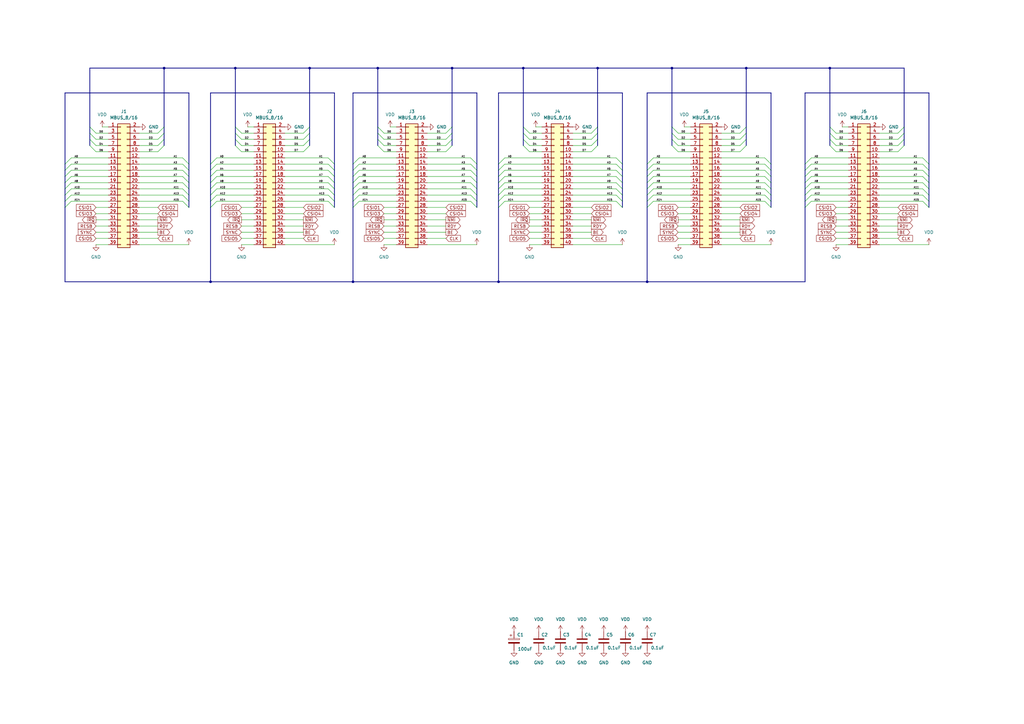
<source format=kicad_sch>
(kicad_sch (version 20231120) (generator "eeschema") (generator_version "8.0")
  (paper "A3")
  (junction (at 67.31 27.94))
  (junction (at 306.07 27.94))
  (junction (at 340.36 27.94))
  (junction (at 185.42 27.94))
  (junction (at 154.94 27.94))
  (junction (at 265.43 115.57))
  (junction (at 245.11 27.94))
  (junction (at 96.52 27.94))
  (junction (at 86.36 115.57))
  (junction (at 204.47 115.57))
  (junction (at 127 27.94))
  (junction (at 275.59 27.94))
  (junction (at 144.78 115.57))
  (junction (at 214.63 27.94))
  (bus_entry (at 74.93 80.01) (size 2.54 2.54))
  (bus_entry (at 204.47 82.55) (size 2.54 -2.54))
  (bus_entry (at 74.93 64.77) (size 2.54 2.54))
  (bus_entry (at 193.04 74.93) (size 2.54 2.54))
  (bus_entry (at 74.93 72.39) (size 2.54 2.54))
  (bus_entry (at 144.78 85.09) (size 2.54 -2.54))
  (bus_entry (at 134.62 80.01) (size 2.54 2.54))
  (bus_entry (at 340.36 59.69) (size 2.54 2.54))
  (bus_entry (at 275.59 54.61) (size 2.54 2.54))
  (bus_entry (at 252.73 67.31) (size 2.54 2.54))
  (bus_entry (at 204.47 85.09) (size 2.54 -2.54))
  (bus_entry (at 252.73 77.47) (size 2.54 2.54))
  (bus_entry (at 265.43 69.85) (size 2.54 -2.54))
  (bus_entry (at 124.46 59.69) (size 2.54 -2.54))
  (bus_entry (at 144.78 69.85) (size 2.54 -2.54))
  (bus_entry (at 242.57 57.15) (size 2.54 -2.54))
  (bus_entry (at 64.77 54.61) (size 2.54 -2.54))
  (bus_entry (at 214.63 52.07) (size 2.54 2.54))
  (bus_entry (at 313.69 67.31) (size 2.54 2.54))
  (bus_entry (at 313.69 82.55) (size 2.54 2.54))
  (bus_entry (at 26.67 74.93) (size 2.54 -2.54))
  (bus_entry (at 378.46 69.85) (size 2.54 2.54))
  (bus_entry (at 204.47 69.85) (size 2.54 -2.54))
  (bus_entry (at 26.67 69.85) (size 2.54 -2.54))
  (bus_entry (at 74.93 67.31) (size 2.54 2.54))
  (bus_entry (at 154.94 54.61) (size 2.54 2.54))
  (bus_entry (at 96.52 54.61) (size 2.54 2.54))
  (bus_entry (at 303.53 57.15) (size 2.54 -2.54))
  (bus_entry (at 134.62 77.47) (size 2.54 2.54))
  (bus_entry (at 134.62 72.39) (size 2.54 2.54))
  (bus_entry (at 265.43 80.01) (size 2.54 -2.54))
  (bus_entry (at 26.67 72.39) (size 2.54 -2.54))
  (bus_entry (at 86.36 72.39) (size 2.54 -2.54))
  (bus_entry (at 86.36 69.85) (size 2.54 -2.54))
  (bus_entry (at 378.46 67.31) (size 2.54 2.54))
  (bus_entry (at 134.62 67.31) (size 2.54 2.54))
  (bus_entry (at 275.59 57.15) (size 2.54 2.54))
  (bus_entry (at 36.83 54.61) (size 2.54 2.54))
  (bus_entry (at 134.62 82.55) (size 2.54 2.54))
  (bus_entry (at 26.67 67.31) (size 2.54 -2.54))
  (bus_entry (at 265.43 82.55) (size 2.54 -2.54))
  (bus_entry (at 74.93 77.47) (size 2.54 2.54))
  (bus_entry (at 265.43 77.47) (size 2.54 -2.54))
  (bus_entry (at 242.57 59.69) (size 2.54 -2.54))
  (bus_entry (at 74.93 74.93) (size 2.54 2.54))
  (bus_entry (at 303.53 59.69) (size 2.54 -2.54))
  (bus_entry (at 204.47 67.31) (size 2.54 -2.54))
  (bus_entry (at 193.04 67.31) (size 2.54 2.54))
  (bus_entry (at 193.04 82.55) (size 2.54 2.54))
  (bus_entry (at 26.67 80.01) (size 2.54 -2.54))
  (bus_entry (at 368.3 57.15) (size 2.54 -2.54))
  (bus_entry (at 340.36 54.61) (size 2.54 2.54))
  (bus_entry (at 252.73 74.93) (size 2.54 2.54))
  (bus_entry (at 86.36 67.31) (size 2.54 -2.54))
  (bus_entry (at 182.88 57.15) (size 2.54 -2.54))
  (bus_entry (at 330.2 85.09) (size 2.54 -2.54))
  (bus_entry (at 368.3 62.23) (size 2.54 -2.54))
  (bus_entry (at 124.46 57.15) (size 2.54 -2.54))
  (bus_entry (at 313.69 74.93) (size 2.54 2.54))
  (bus_entry (at 340.36 57.15) (size 2.54 2.54))
  (bus_entry (at 265.43 72.39) (size 2.54 -2.54))
  (bus_entry (at 330.2 69.85) (size 2.54 -2.54))
  (bus_entry (at 64.77 57.15) (size 2.54 -2.54))
  (bus_entry (at 265.43 85.09) (size 2.54 -2.54))
  (bus_entry (at 378.46 72.39) (size 2.54 2.54))
  (bus_entry (at 86.36 77.47) (size 2.54 -2.54))
  (bus_entry (at 154.94 59.69) (size 2.54 2.54))
  (bus_entry (at 144.78 82.55) (size 2.54 -2.54))
  (bus_entry (at 275.59 52.07) (size 2.54 2.54))
  (bus_entry (at 242.57 54.61) (size 2.54 -2.54))
  (bus_entry (at 36.83 59.69) (size 2.54 2.54))
  (bus_entry (at 252.73 69.85) (size 2.54 2.54))
  (bus_entry (at 144.78 67.31) (size 2.54 -2.54))
  (bus_entry (at 313.69 80.01) (size 2.54 2.54))
  (bus_entry (at 134.62 69.85) (size 2.54 2.54))
  (bus_entry (at 242.57 62.23) (size 2.54 -2.54))
  (bus_entry (at 96.52 52.07) (size 2.54 2.54))
  (bus_entry (at 36.83 57.15) (size 2.54 2.54))
  (bus_entry (at 204.47 77.47) (size 2.54 -2.54))
  (bus_entry (at 214.63 57.15) (size 2.54 2.54))
  (bus_entry (at 74.93 82.55) (size 2.54 2.54))
  (bus_entry (at 368.3 59.69) (size 2.54 -2.54))
  (bus_entry (at 252.73 72.39) (size 2.54 2.54))
  (bus_entry (at 252.73 80.01) (size 2.54 2.54))
  (bus_entry (at 193.04 69.85) (size 2.54 2.54))
  (bus_entry (at 378.46 64.77) (size 2.54 2.54))
  (bus_entry (at 182.88 59.69) (size 2.54 -2.54))
  (bus_entry (at 193.04 77.47) (size 2.54 2.54))
  (bus_entry (at 330.2 80.01) (size 2.54 -2.54))
  (bus_entry (at 134.62 64.77) (size 2.54 2.54))
  (bus_entry (at 182.88 62.23) (size 2.54 -2.54))
  (bus_entry (at 204.47 72.39) (size 2.54 -2.54))
  (bus_entry (at 340.36 52.07) (size 2.54 2.54))
  (bus_entry (at 182.88 54.61) (size 2.54 -2.54))
  (bus_entry (at 64.77 59.69) (size 2.54 -2.54))
  (bus_entry (at 330.2 77.47) (size 2.54 -2.54))
  (bus_entry (at 265.43 74.93) (size 2.54 -2.54))
  (bus_entry (at 252.73 64.77) (size 2.54 2.54))
  (bus_entry (at 154.94 52.07) (size 2.54 2.54))
  (bus_entry (at 368.3 54.61) (size 2.54 -2.54))
  (bus_entry (at 26.67 77.47) (size 2.54 -2.54))
  (bus_entry (at 193.04 72.39) (size 2.54 2.54))
  (bus_entry (at 193.04 80.01) (size 2.54 2.54))
  (bus_entry (at 214.63 59.69) (size 2.54 2.54))
  (bus_entry (at 124.46 54.61) (size 2.54 -2.54))
  (bus_entry (at 96.52 59.69) (size 2.54 2.54))
  (bus_entry (at 144.78 80.01) (size 2.54 -2.54))
  (bus_entry (at 96.52 57.15) (size 2.54 2.54))
  (bus_entry (at 313.69 72.39) (size 2.54 2.54))
  (bus_entry (at 303.53 62.23) (size 2.54 -2.54))
  (bus_entry (at 330.2 67.31) (size 2.54 -2.54))
  (bus_entry (at 144.78 77.47) (size 2.54 -2.54))
  (bus_entry (at 313.69 64.77) (size 2.54 2.54))
  (bus_entry (at 378.46 80.01) (size 2.54 2.54))
  (bus_entry (at 36.83 52.07) (size 2.54 2.54))
  (bus_entry (at 214.63 54.61) (size 2.54 2.54))
  (bus_entry (at 193.04 64.77) (size 2.54 2.54))
  (bus_entry (at 330.2 82.55) (size 2.54 -2.54))
  (bus_entry (at 26.67 85.09) (size 2.54 -2.54))
  (bus_entry (at 86.36 85.09) (size 2.54 -2.54))
  (bus_entry (at 313.69 69.85) (size 2.54 2.54))
  (bus_entry (at 134.62 74.93) (size 2.54 2.54))
  (bus_entry (at 378.46 77.47) (size 2.54 2.54))
  (bus_entry (at 144.78 72.39) (size 2.54 -2.54))
  (bus_entry (at 265.43 67.31) (size 2.54 -2.54))
  (bus_entry (at 378.46 74.93) (size 2.54 2.54))
  (bus_entry (at 275.59 59.69) (size 2.54 2.54))
  (bus_entry (at 252.73 82.55) (size 2.54 2.54))
  (bus_entry (at 64.77 62.23) (size 2.54 -2.54))
  (bus_entry (at 313.69 77.47) (size 2.54 2.54))
  (bus_entry (at 154.94 57.15) (size 2.54 2.54))
  (bus_entry (at 330.2 74.93) (size 2.54 -2.54))
  (bus_entry (at 124.46 62.23) (size 2.54 -2.54))
  (bus_entry (at 204.47 74.93) (size 2.54 -2.54))
  (bus_entry (at 204.47 80.01) (size 2.54 -2.54))
  (bus_entry (at 303.53 54.61) (size 2.54 -2.54))
  (bus_entry (at 74.93 69.85) (size 2.54 2.54))
  (bus_entry (at 378.46 82.55) (size 2.54 2.54))
  (bus_entry (at 144.78 74.93) (size 2.54 -2.54))
  (bus_entry (at 86.36 82.55) (size 2.54 -2.54))
  (bus_entry (at 330.2 72.39) (size 2.54 -2.54))
  (bus_entry (at 26.67 82.55) (size 2.54 -2.54))
  (bus_entry (at 86.36 80.01) (size 2.54 -2.54))
  (bus_entry (at 86.36 74.93) (size 2.54 -2.54))
  (wire (pts (xy 99.06 87.63) (xy 104.14 87.63)))
  (bus (pts (xy 96.52 57.15) (xy 96.52 54.61)))
  (bus (pts (xy 204.47 77.47) (xy 204.47 80.01)))
  (wire (pts (xy 157.48 54.61) (xy 162.56 54.61)))
  (wire (pts (xy 157.48 85.09) (xy 162.56 85.09)))
  (wire (pts (xy 234.95 59.69) (xy 242.57 59.69)))
  (bus (pts (xy 330.2 77.47) (xy 330.2 74.93)))
  (wire (pts (xy 234.95 62.23) (xy 242.57 62.23)))
  (bus (pts (xy 330.2 77.47) (xy 330.2 80.01)))
  (wire (pts (xy 332.74 82.55) (xy 347.98 82.55)))
  (bus (pts (xy 96.52 27.94) (xy 96.52 52.07)))
  (wire (pts (xy 295.91 77.47) (xy 313.69 77.47)))
  (bus (pts (xy 137.16 67.31) (xy 137.16 69.85)))
  (wire (pts (xy 295.91 90.17) (xy 303.53 90.17)))
  (wire (pts (xy 147.32 82.55) (xy 162.56 82.55)))
  (wire (pts (xy 157.48 95.25) (xy 162.56 95.25)))
  (wire (pts (xy 116.84 59.69) (xy 124.46 59.69)))
  (wire (pts (xy 39.37 87.63) (xy 44.45 87.63)))
  (bus (pts (xy 36.83 54.61) (xy 36.83 52.07)))
  (bus (pts (xy 340.36 27.94) (xy 340.36 52.07)))
  (bus (pts (xy 370.84 27.94) (xy 370.84 52.07)))
  (wire (pts (xy 157.48 100.33) (xy 162.56 100.33)))
  (wire (pts (xy 219.71 52.07) (xy 222.25 52.07)))
  (wire (pts (xy 39.37 54.61) (xy 44.45 54.61)))
  (wire (pts (xy 57.15 77.47) (xy 74.93 77.47)))
  (wire (pts (xy 57.15 92.71) (xy 64.77 92.71)))
  (wire (pts (xy 99.06 90.17) (xy 104.14 90.17)))
  (bus (pts (xy 204.47 38.1) (xy 204.47 67.31)))
  (wire (pts (xy 39.37 100.33) (xy 44.45 100.33)))
  (wire (pts (xy 217.17 85.09) (xy 222.25 85.09)))
  (bus (pts (xy 26.67 85.09) (xy 26.67 115.57)))
  (wire (pts (xy 29.21 64.77) (xy 44.45 64.77)))
  (bus (pts (xy 185.42 59.69) (xy 185.42 57.15)))
  (wire (pts (xy 175.26 100.33) (xy 195.58 100.33)))
  (bus (pts (xy 26.67 38.1) (xy 26.67 67.31)))
  (wire (pts (xy 342.9 97.79) (xy 347.98 97.79)))
  (bus (pts (xy 77.47 82.55) (xy 77.47 85.09)))
  (wire (pts (xy 88.9 77.47) (xy 104.14 77.47)))
  (wire (pts (xy 116.84 54.61) (xy 124.46 54.61)))
  (bus (pts (xy 67.31 27.94) (xy 67.31 52.07)))
  (wire (pts (xy 99.06 54.61) (xy 104.14 54.61)))
  (wire (pts (xy 57.15 97.79) (xy 64.77 97.79)))
  (bus (pts (xy 96.52 27.94) (xy 127 27.94)))
  (bus (pts (xy 36.83 59.69) (xy 36.83 57.15)))
  (bus (pts (xy 204.47 82.55) (xy 204.47 85.09)))
  (bus (pts (xy 195.58 77.47) (xy 195.58 80.01)))
  (bus (pts (xy 381 82.55) (xy 381 85.09)))
  (wire (pts (xy 278.13 97.79) (xy 283.21 97.79)))
  (bus (pts (xy 204.47 67.31) (xy 204.47 69.85)))
  (bus (pts (xy 381 69.85) (xy 381 72.39)))
  (wire (pts (xy 360.68 57.15) (xy 368.3 57.15)))
  (wire (pts (xy 267.97 67.31) (xy 283.21 67.31)))
  (bus (pts (xy 275.59 57.15) (xy 275.59 54.61)))
  (wire (pts (xy 88.9 72.39) (xy 104.14 72.39)))
  (wire (pts (xy 57.15 64.77) (xy 74.93 64.77)))
  (wire (pts (xy 57.15 100.33) (xy 77.47 100.33)))
  (wire (pts (xy 332.74 69.85) (xy 347.98 69.85)))
  (bus (pts (xy 96.52 54.61) (xy 96.52 52.07)))
  (wire (pts (xy 175.26 59.69) (xy 182.88 59.69)))
  (wire (pts (xy 278.13 59.69) (xy 283.21 59.69)))
  (wire (pts (xy 57.15 87.63) (xy 64.77 87.63)))
  (bus (pts (xy 67.31 57.15) (xy 67.31 54.61)))
  (bus (pts (xy 306.07 57.15) (xy 306.07 54.61)))
  (bus (pts (xy 185.42 27.94) (xy 185.42 52.07)))
  (wire (pts (xy 360.68 67.31) (xy 378.46 67.31)))
  (wire (pts (xy 29.21 72.39) (xy 44.45 72.39)))
  (wire (pts (xy 57.15 72.39) (xy 74.93 72.39)))
  (wire (pts (xy 99.06 85.09) (xy 104.14 85.09)))
  (bus (pts (xy 86.36 38.1) (xy 86.36 67.31)))
  (wire (pts (xy 295.91 95.25) (xy 303.53 95.25)))
  (bus (pts (xy 137.16 38.1) (xy 86.36 38.1)))
  (wire (pts (xy 116.84 87.63) (xy 124.46 87.63)))
  (bus (pts (xy 265.43 77.47) (xy 265.43 74.93)))
  (wire (pts (xy 39.37 62.23) (xy 44.45 62.23)))
  (wire (pts (xy 342.9 57.15) (xy 347.98 57.15)))
  (bus (pts (xy 255.27 67.31) (xy 255.27 69.85)))
  (wire (pts (xy 360.68 54.61) (xy 368.3 54.61)))
  (wire (pts (xy 295.91 87.63) (xy 303.53 87.63)))
  (wire (pts (xy 234.95 80.01) (xy 252.73 80.01)))
  (bus (pts (xy 144.78 72.39) (xy 144.78 74.93)))
  (wire (pts (xy 217.17 92.71) (xy 222.25 92.71)))
  (bus (pts (xy 137.16 77.47) (xy 137.16 80.01)))
  (wire (pts (xy 295.91 74.93) (xy 313.69 74.93)))
  (bus (pts (xy 265.43 72.39) (xy 265.43 74.93)))
  (wire (pts (xy 295.91 59.69) (xy 303.53 59.69)))
  (bus (pts (xy 26.67 72.39) (xy 26.67 74.93)))
  (bus (pts (xy 77.47 77.47) (xy 77.47 80.01)))
  (bus (pts (xy 127 57.15) (xy 127 54.61)))
  (wire (pts (xy 116.84 82.55) (xy 134.62 82.55)))
  (bus (pts (xy 340.36 27.94) (xy 370.84 27.94)))
  (bus (pts (xy 86.36 69.85) (xy 86.36 72.39)))
  (bus (pts (xy 185.42 54.61) (xy 185.42 52.07)))
  (wire (pts (xy 342.9 100.33) (xy 347.98 100.33)))
  (wire (pts (xy 295.91 85.09) (xy 303.53 85.09)))
  (bus (pts (xy 144.78 77.47) (xy 144.78 74.93)))
  (wire (pts (xy 175.26 90.17) (xy 182.88 90.17)))
  (wire (pts (xy 175.26 82.55) (xy 193.04 82.55)))
  (wire (pts (xy 116.84 77.47) (xy 134.62 77.47)))
  (bus (pts (xy 137.16 72.39) (xy 137.16 74.93)))
  (bus (pts (xy 127 27.94) (xy 127 52.07)))
  (wire (pts (xy 207.01 64.77) (xy 222.25 64.77)))
  (bus (pts (xy 77.47 67.31) (xy 77.47 69.85)))
  (wire (pts (xy 360.68 95.25) (xy 368.3 95.25)))
  (bus (pts (xy 26.67 67.31) (xy 26.67 69.85)))
  (bus (pts (xy 306.07 27.94) (xy 306.07 52.07)))
  (wire (pts (xy 116.84 95.25) (xy 124.46 95.25)))
  (bus (pts (xy 265.43 67.31) (xy 265.43 69.85)))
  (bus (pts (xy 86.36 77.47) (xy 86.36 74.93)))
  (wire (pts (xy 217.17 95.25) (xy 222.25 95.25)))
  (bus (pts (xy 195.58 67.31) (xy 195.58 69.85)))
  (wire (pts (xy 234.95 64.77) (xy 252.73 64.77)))
  (wire (pts (xy 175.26 85.09) (xy 182.88 85.09)))
  (wire (pts (xy 116.84 72.39) (xy 134.62 72.39)))
  (wire (pts (xy 217.17 57.15) (xy 222.25 57.15)))
  (bus (pts (xy 96.52 59.69) (xy 96.52 57.15)))
  (bus (pts (xy 214.63 59.69) (xy 214.63 57.15)))
  (wire (pts (xy 267.97 80.01) (xy 283.21 80.01)))
  (wire (pts (xy 39.37 90.17) (xy 44.45 90.17)))
  (wire (pts (xy 360.68 92.71) (xy 368.3 92.71)))
  (wire (pts (xy 332.74 64.77) (xy 347.98 64.77)))
  (bus (pts (xy 77.47 69.85) (xy 77.47 72.39)))
  (wire (pts (xy 147.32 64.77) (xy 162.56 64.77)))
  (bus (pts (xy 204.47 115.57) (xy 265.43 115.57)))
  (wire (pts (xy 295.91 57.15) (xy 303.53 57.15)))
  (wire (pts (xy 39.37 95.25) (xy 44.45 95.25)))
  (wire (pts (xy 332.74 72.39) (xy 347.98 72.39)))
  (wire (pts (xy 278.13 87.63) (xy 283.21 87.63)))
  (wire (pts (xy 57.15 74.93) (xy 74.93 74.93)))
  (wire (pts (xy 217.17 59.69) (xy 222.25 59.69)))
  (wire (pts (xy 217.17 97.79) (xy 222.25 97.79)))
  (bus (pts (xy 330.2 85.09) (xy 330.2 115.57)))
  (bus (pts (xy 127 59.69) (xy 127 57.15)))
  (wire (pts (xy 234.95 87.63) (xy 242.57 87.63)))
  (wire (pts (xy 57.15 82.55) (xy 74.93 82.55)))
  (wire (pts (xy 332.74 77.47) (xy 347.98 77.47)))
  (wire (pts (xy 29.21 69.85) (xy 44.45 69.85)))
  (bus (pts (xy 195.58 82.55) (xy 195.58 85.09)))
  (wire (pts (xy 267.97 74.93) (xy 283.21 74.93)))
  (bus (pts (xy 86.36 85.09) (xy 86.36 115.57)))
  (wire (pts (xy 147.32 67.31) (xy 162.56 67.31)))
  (wire (pts (xy 295.91 72.39) (xy 313.69 72.39)))
  (wire (pts (xy 175.26 97.79) (xy 182.88 97.79)))
  (wire (pts (xy 234.95 54.61) (xy 242.57 54.61)))
  (bus (pts (xy 67.31 54.61) (xy 67.31 52.07)))
  (bus (pts (xy 26.67 80.01) (xy 26.67 82.55)))
  (bus (pts (xy 245.11 54.61) (xy 245.11 52.07)))
  (bus (pts (xy 86.36 80.01) (xy 86.36 82.55)))
  (bus (pts (xy 255.27 74.93) (xy 255.27 77.47)))
  (wire (pts (xy 175.26 74.93) (xy 193.04 74.93)))
  (wire (pts (xy 116.84 97.79) (xy 124.46 97.79)))
  (wire (pts (xy 99.06 95.25) (xy 104.14 95.25)))
  (bus (pts (xy 137.16 67.31) (xy 137.16 38.1)))
  (bus (pts (xy 370.84 54.61) (xy 370.84 52.07)))
  (wire (pts (xy 234.95 85.09) (xy 242.57 85.09)))
  (wire (pts (xy 295.91 80.01) (xy 313.69 80.01)))
  (bus (pts (xy 36.83 57.15) (xy 36.83 54.61)))
  (wire (pts (xy 295.91 82.55) (xy 313.69 82.55)))
  (wire (pts (xy 147.32 72.39) (xy 162.56 72.39)))
  (wire (pts (xy 342.9 59.69) (xy 347.98 59.69)))
  (bus (pts (xy 265.43 80.01) (xy 265.43 82.55)))
  (bus (pts (xy 381 80.01) (xy 381 82.55)))
  (wire (pts (xy 116.84 62.23) (xy 124.46 62.23)))
  (wire (pts (xy 29.21 80.01) (xy 44.45 80.01)))
  (bus (pts (xy 330.2 72.39) (xy 330.2 74.93)))
  (wire (pts (xy 267.97 64.77) (xy 283.21 64.77)))
  (wire (pts (xy 360.68 85.09) (xy 368.3 85.09)))
  (wire (pts (xy 147.32 69.85) (xy 162.56 69.85)))
  (wire (pts (xy 116.84 69.85) (xy 134.62 69.85)))
  (wire (pts (xy 360.68 97.79) (xy 368.3 97.79)))
  (bus (pts (xy 144.78 82.55) (xy 144.78 85.09)))
  (wire (pts (xy 332.74 80.01) (xy 347.98 80.01)))
  (wire (pts (xy 278.13 100.33) (xy 283.21 100.33)))
  (wire (pts (xy 207.01 77.47) (xy 222.25 77.47)))
  (wire (pts (xy 175.26 87.63) (xy 182.88 87.63)))
  (wire (pts (xy 29.21 67.31) (xy 44.45 67.31)))
  (wire (pts (xy 157.48 97.79) (xy 162.56 97.79)))
  (bus (pts (xy 316.23 69.85) (xy 316.23 72.39)))
  (bus (pts (xy 77.47 38.1) (xy 26.67 38.1)))
  (wire (pts (xy 278.13 95.25) (xy 283.21 95.25)))
  (bus (pts (xy 185.42 27.94) (xy 214.63 27.94)))
  (wire (pts (xy 57.15 59.69) (xy 64.77 59.69)))
  (wire (pts (xy 295.91 100.33) (xy 316.23 100.33)))
  (wire (pts (xy 278.13 57.15) (xy 283.21 57.15)))
  (bus (pts (xy 255.27 38.1) (xy 204.47 38.1)))
  (bus (pts (xy 265.43 38.1) (xy 265.43 67.31)))
  (bus (pts (xy 154.94 54.61) (xy 154.94 52.07)))
  (wire (pts (xy 39.37 85.09) (xy 44.45 85.09)))
  (wire (pts (xy 234.95 92.71) (xy 242.57 92.71)))
  (bus (pts (xy 154.94 57.15) (xy 154.94 54.61)))
  (wire (pts (xy 217.17 87.63) (xy 222.25 87.63)))
  (bus (pts (xy 67.31 59.69) (xy 67.31 57.15)))
  (bus (pts (xy 265.43 69.85) (xy 265.43 72.39)))
  (wire (pts (xy 175.26 69.85) (xy 193.04 69.85)))
  (wire (pts (xy 207.01 74.93) (xy 222.25 74.93)))
  (wire (pts (xy 332.74 74.93) (xy 347.98 74.93)))
  (wire (pts (xy 116.84 67.31) (xy 134.62 67.31)))
  (bus (pts (xy 330.2 67.31) (xy 330.2 69.85)))
  (wire (pts (xy 157.48 62.23) (xy 162.56 62.23)))
  (bus (pts (xy 275.59 27.94) (xy 306.07 27.94)))
  (bus (pts (xy 204.47 80.01) (xy 204.47 82.55)))
  (wire (pts (xy 267.97 77.47) (xy 283.21 77.47)))
  (bus (pts (xy 265.43 77.47) (xy 265.43 80.01)))
  (wire (pts (xy 234.95 90.17) (xy 242.57 90.17)))
  (bus (pts (xy 144.78 85.09) (xy 144.78 115.57)))
  (wire (pts (xy 217.17 62.23) (xy 222.25 62.23)))
  (bus (pts (xy 306.07 54.61) (xy 306.07 52.07)))
  (bus (pts (xy 275.59 59.69) (xy 275.59 57.15)))
  (wire (pts (xy 157.48 87.63) (xy 162.56 87.63)))
  (wire (pts (xy 57.15 69.85) (xy 74.93 69.85)))
  (bus (pts (xy 26.67 69.85) (xy 26.67 72.39)))
  (bus (pts (xy 316.23 80.01) (xy 316.23 82.55)))
  (wire (pts (xy 88.9 64.77) (xy 104.14 64.77)))
  (bus (pts (xy 316.23 72.39) (xy 316.23 74.93)))
  (bus (pts (xy 195.58 72.39) (xy 195.58 74.93)))
  (wire (pts (xy 39.37 97.79) (xy 44.45 97.79)))
  (wire (pts (xy 29.21 82.55) (xy 44.45 82.55)))
  (wire (pts (xy 267.97 82.55) (xy 283.21 82.55)))
  (bus (pts (xy 26.67 82.55) (xy 26.67 85.09)))
  (bus (pts (xy 316.23 74.93) (xy 316.23 77.47)))
  (wire (pts (xy 360.68 74.93) (xy 378.46 74.93)))
  (wire (pts (xy 29.21 77.47) (xy 44.45 77.47)))
  (wire (pts (xy 217.17 100.33) (xy 222.25 100.33)))
  (wire (pts (xy 360.68 100.33) (xy 381 100.33)))
  (wire (pts (xy 116.84 80.01) (xy 134.62 80.01)))
  (wire (pts (xy 295.91 62.23) (xy 303.53 62.23)))
  (bus (pts (xy 330.2 69.85) (xy 330.2 72.39)))
  (bus (pts (xy 154.94 59.69) (xy 154.94 57.15)))
  (wire (pts (xy 278.13 85.09) (xy 283.21 85.09)))
  (bus (pts (xy 340.36 54.61) (xy 340.36 52.07)))
  (wire (pts (xy 278.13 54.61) (xy 283.21 54.61)))
  (wire (pts (xy 99.06 57.15) (xy 104.14 57.15)))
  (wire (pts (xy 267.97 69.85) (xy 283.21 69.85)))
  (wire (pts (xy 360.68 72.39) (xy 378.46 72.39)))
  (wire (pts (xy 57.15 90.17) (xy 64.77 90.17)))
  (bus (pts (xy 86.36 77.47) (xy 86.36 80.01)))
  (bus (pts (xy 204.47 72.39) (xy 204.47 74.93)))
  (wire (pts (xy 234.95 57.15) (xy 242.57 57.15)))
  (wire (pts (xy 175.26 54.61) (xy 182.88 54.61)))
  (wire (pts (xy 175.26 64.77) (xy 193.04 64.77)))
  (bus (pts (xy 77.47 72.39) (xy 77.47 74.93)))
  (wire (pts (xy 88.9 74.93) (xy 104.14 74.93)))
  (wire (pts (xy 234.95 77.47) (xy 252.73 77.47)))
  (bus (pts (xy 255.27 80.01) (xy 255.27 82.55)))
  (bus (pts (xy 77.47 80.01) (xy 77.47 82.55)))
  (wire (pts (xy 217.17 54.61) (xy 222.25 54.61)))
  (bus (pts (xy 86.36 72.39) (xy 86.36 74.93)))
  (wire (pts (xy 234.95 69.85) (xy 252.73 69.85)))
  (wire (pts (xy 116.84 85.09) (xy 124.46 85.09)))
  (bus (pts (xy 255.27 77.47) (xy 255.27 80.01)))
  (bus (pts (xy 86.36 115.57) (xy 144.78 115.57)))
  (wire (pts (xy 360.68 77.47) (xy 378.46 77.47)))
  (wire (pts (xy 175.26 80.01) (xy 193.04 80.01)))
  (bus (pts (xy 381 67.31) (xy 381 69.85)))
  (wire (pts (xy 57.15 54.61) (xy 64.77 54.61)))
  (bus (pts (xy 381 77.47) (xy 381 80.01)))
  (bus (pts (xy 275.59 54.61) (xy 275.59 52.07)))
  (wire (pts (xy 41.91 52.07) (xy 44.45 52.07)))
  (wire (pts (xy 99.06 97.79) (xy 104.14 97.79)))
  (bus (pts (xy 265.43 82.55) (xy 265.43 85.09)))
  (wire (pts (xy 39.37 57.15) (xy 44.45 57.15)))
  (bus (pts (xy 195.58 80.01) (xy 195.58 82.55)))
  (bus (pts (xy 340.36 57.15) (xy 340.36 54.61)))
  (bus (pts (xy 26.67 77.47) (xy 26.67 80.01)))
  (wire (pts (xy 342.9 92.71) (xy 347.98 92.71)))
  (bus (pts (xy 195.58 69.85) (xy 195.58 72.39)))
  (wire (pts (xy 160.02 52.07) (xy 162.56 52.07)))
  (wire (pts (xy 147.32 74.93) (xy 162.56 74.93)))
  (bus (pts (xy 255.27 69.85) (xy 255.27 72.39)))
  (bus (pts (xy 127 27.94) (xy 154.94 27.94)))
  (bus (pts (xy 370.84 57.15) (xy 370.84 54.61)))
  (wire (pts (xy 207.01 80.01) (xy 222.25 80.01)))
  (bus (pts (xy 204.47 85.09) (xy 204.47 115.57)))
  (bus (pts (xy 154.94 27.94) (xy 154.94 52.07)))
  (bus (pts (xy 316.23 82.55) (xy 316.23 85.09)))
  (bus (pts (xy 381 38.1) (xy 330.2 38.1)))
  (bus (pts (xy 214.63 27.94) (xy 245.11 27.94)))
  (wire (pts (xy 207.01 72.39) (xy 222.25 72.39)))
  (wire (pts (xy 157.48 57.15) (xy 162.56 57.15)))
  (bus (pts (xy 214.63 54.61) (xy 214.63 52.07)))
  (wire (pts (xy 234.95 95.25) (xy 242.57 95.25)))
  (bus (pts (xy 144.78 80.01) (xy 144.78 82.55)))
  (bus (pts (xy 195.58 67.31) (xy 195.58 38.1)))
  (bus (pts (xy 330.2 80.01) (xy 330.2 82.55)))
  (bus (pts (xy 26.67 115.57) (xy 86.36 115.57)))
  (bus (pts (xy 67.31 27.94) (xy 96.52 27.94)))
  (wire (pts (xy 99.06 59.69) (xy 104.14 59.69)))
  (wire (pts (xy 57.15 62.23) (xy 64.77 62.23)))
  (wire (pts (xy 207.01 82.55) (xy 222.25 82.55)))
  (bus (pts (xy 330.2 38.1) (xy 330.2 67.31)))
  (wire (pts (xy 116.84 57.15) (xy 124.46 57.15)))
  (wire (pts (xy 57.15 57.15) (xy 64.77 57.15)))
  (wire (pts (xy 360.68 64.77) (xy 378.46 64.77)))
  (bus (pts (xy 77.47 74.93) (xy 77.47 77.47)))
  (wire (pts (xy 295.91 69.85) (xy 313.69 69.85)))
  (wire (pts (xy 147.32 80.01) (xy 162.56 80.01)))
  (bus (pts (xy 36.83 27.94) (xy 36.83 52.07)))
  (bus (pts (xy 245.11 27.94) (xy 275.59 27.94)))
  (bus (pts (xy 275.59 27.94) (xy 275.59 52.07)))
  (bus (pts (xy 245.11 59.69) (xy 245.11 57.15)))
  (wire (pts (xy 116.84 64.77) (xy 134.62 64.77)))
  (wire (pts (xy 295.91 97.79) (xy 303.53 97.79)))
  (bus (pts (xy 137.16 80.01) (xy 137.16 82.55)))
  (wire (pts (xy 29.21 74.93) (xy 44.45 74.93)))
  (wire (pts (xy 360.68 87.63) (xy 368.3 87.63)))
  (bus (pts (xy 144.78 38.1) (xy 144.78 67.31)))
  (wire (pts (xy 360.68 90.17) (xy 368.3 90.17)))
  (wire (pts (xy 295.91 54.61) (xy 303.53 54.61)))
  (bus (pts (xy 255.27 82.55) (xy 255.27 85.09)))
  (wire (pts (xy 99.06 92.71) (xy 104.14 92.71)))
  (wire (pts (xy 234.95 67.31) (xy 252.73 67.31)))
  (wire (pts (xy 57.15 80.01) (xy 74.93 80.01)))
  (wire (pts (xy 295.91 67.31) (xy 313.69 67.31)))
  (bus (pts (xy 195.58 38.1) (xy 144.78 38.1)))
  (wire (pts (xy 278.13 62.23) (xy 283.21 62.23)))
  (wire (pts (xy 116.84 74.93) (xy 134.62 74.93)))
  (wire (pts (xy 157.48 90.17) (xy 162.56 90.17)))
  (wire (pts (xy 345.44 52.07) (xy 347.98 52.07)))
  (bus (pts (xy 137.16 74.93) (xy 137.16 77.47)))
  (bus (pts (xy 127 54.61) (xy 127 52.07)))
  (wire (pts (xy 360.68 82.55) (xy 378.46 82.55)))
  (wire (pts (xy 217.17 90.17) (xy 222.25 90.17)))
  (wire (pts (xy 175.26 62.23) (xy 182.88 62.23)))
  (wire (pts (xy 342.9 85.09) (xy 347.98 85.09)))
  (wire (pts (xy 342.9 62.23) (xy 347.98 62.23)))
  (wire (pts (xy 88.9 80.01) (xy 104.14 80.01)))
  (bus (pts (xy 245.11 27.94) (xy 245.11 52.07)))
  (bus (pts (xy 137.16 82.55) (xy 137.16 85.09)))
  (wire (pts (xy 175.26 95.25) (xy 182.88 95.25)))
  (wire (pts (xy 360.68 62.23) (xy 368.3 62.23)))
  (wire (pts (xy 342.9 87.63) (xy 347.98 87.63)))
  (bus (pts (xy 204.47 69.85) (xy 204.47 72.39)))
  (wire (pts (xy 175.26 77.47) (xy 193.04 77.47)))
  (wire (pts (xy 116.84 92.71) (xy 124.46 92.71)))
  (wire (pts (xy 234.95 97.79) (xy 242.57 97.79)))
  (bus (pts (xy 144.78 77.47) (xy 144.78 80.01)))
  (wire (pts (xy 175.26 67.31) (xy 193.04 67.31)))
  (wire (pts (xy 234.95 82.55) (xy 252.73 82.55)))
  (bus (pts (xy 265.43 115.57) (xy 330.2 115.57)))
  (wire (pts (xy 207.01 69.85) (xy 222.25 69.85)))
  (bus (pts (xy 137.16 69.85) (xy 137.16 72.39)))
  (wire (pts (xy 360.68 80.01) (xy 378.46 80.01)))
  (bus (pts (xy 381 74.93) (xy 381 77.47)))
  (bus (pts (xy 340.36 59.69) (xy 340.36 57.15)))
  (bus (pts (xy 316.23 67.31) (xy 316.23 38.1)))
  (wire (pts (xy 147.32 77.47) (xy 162.56 77.47)))
  (bus (pts (xy 77.47 67.31) (xy 77.47 38.1)))
  (bus (pts (xy 86.36 67.31) (xy 86.36 69.85)))
  (wire (pts (xy 280.67 52.07) (xy 283.21 52.07)))
  (wire (pts (xy 116.84 90.17) (xy 124.46 90.17)))
  (bus (pts (xy 195.58 74.93) (xy 195.58 77.47)))
  (bus (pts (xy 265.43 85.09) (xy 265.43 115.57)))
  (bus (pts (xy 381 72.39) (xy 381 74.93)))
  (wire (pts (xy 360.68 59.69) (xy 368.3 59.69)))
  (bus (pts (xy 144.78 69.85) (xy 144.78 72.39)))
  (wire (pts (xy 342.9 95.25) (xy 347.98 95.25)))
  (wire (pts (xy 88.9 69.85) (xy 104.14 69.85)))
  (wire (pts (xy 39.37 59.69) (xy 44.45 59.69)))
  (wire (pts (xy 207.01 67.31) (xy 222.25 67.31)))
  (bus (pts (xy 370.84 59.69) (xy 370.84 57.15)))
  (wire (pts (xy 99.06 100.33) (xy 104.14 100.33)))
  (wire (pts (xy 342.9 90.17) (xy 347.98 90.17)))
  (bus (pts (xy 144.78 115.57) (xy 204.47 115.57)))
  (wire (pts (xy 157.48 92.71) (xy 162.56 92.71)))
  (bus (pts (xy 255.27 72.39) (xy 255.27 74.93)))
  (wire (pts (xy 99.06 62.23) (xy 104.14 62.23)))
  (wire (pts (xy 278.13 90.17) (xy 283.21 90.17)))
  (wire (pts (xy 360.68 69.85) (xy 378.46 69.85)))
  (bus (pts (xy 185.42 57.15) (xy 185.42 54.61)))
  (wire (pts (xy 175.26 92.71) (xy 182.88 92.71)))
  (wire (pts (xy 39.37 92.71) (xy 44.45 92.71)))
  (wire (pts (xy 88.9 82.55) (xy 104.14 82.55)))
  (bus (pts (xy 316.23 67.31) (xy 316.23 69.85)))
  (bus (pts (xy 381 67.31) (xy 381 38.1)))
  (wire (pts (xy 278.13 92.71) (xy 283.21 92.71)))
  (wire (pts (xy 175.26 57.15) (xy 182.88 57.15)))
  (wire (pts (xy 57.15 85.09) (xy 64.77 85.09)))
  (bus (pts (xy 330.2 82.55) (xy 330.2 85.09)))
  (wire (pts (xy 57.15 67.31) (xy 74.93 67.31)))
  (wire (pts (xy 234.95 100.33) (xy 255.27 100.33)))
  (bus (pts (xy 306.07 59.69) (xy 306.07 57.15)))
  (bus (pts (xy 204.47 77.47) (xy 204.47 74.93)))
  (bus (pts (xy 245.11 57.15) (xy 245.11 54.61)))
  (bus (pts (xy 316.23 77.47) (xy 316.23 80.01)))
  (bus (pts (xy 26.67 77.47) (xy 26.67 74.93)))
  (wire (pts (xy 116.84 100.33) (xy 137.16 100.33)))
  (wire (pts (xy 157.48 59.69) (xy 162.56 59.69)))
  (wire (pts (xy 101.6 52.07) (xy 104.14 52.07)))
  (bus (pts (xy 316.23 38.1) (xy 265.43 38.1)))
  (bus (pts (xy 154.94 27.94) (xy 185.42 27.94)))
  (wire (pts (xy 175.26 72.39) (xy 193.04 72.39)))
  (bus (pts (xy 214.63 27.94) (xy 214.63 52.07)))
  (bus (pts (xy 214.63 57.15) (xy 214.63 54.61)))
  (bus (pts (xy 306.07 27.94) (xy 340.36 27.94)))
  (wire (pts (xy 234.95 72.39) (xy 252.73 72.39)))
  (bus (pts (xy 36.83 27.94) (xy 67.31 27.94)))
  (wire (pts (xy 295.91 92.71) (xy 303.53 92.71)))
  (wire (pts (xy 57.15 95.25) (xy 64.77 95.25)))
  (wire (pts (xy 295.91 64.77) (xy 313.69 64.77)))
  (wire (pts (xy 88.9 67.31) (xy 104.14 67.31)))
  (wire (pts (xy 332.74 67.31) (xy 347.98 67.31)))
  (wire (pts (xy 267.97 72.39) (xy 283.21 72.39)))
  (wire (pts (xy 234.95 74.93) (xy 252.73 74.93)))
  (bus (pts (xy 86.36 82.55) (xy 86.36 85.09)))
  (bus (pts (xy 255.27 67.31) (xy 255.27 38.1)))
  (bus (pts (xy 144.78 67.31) (xy 144.78 69.85)))
  (wire (pts (xy 342.9 54.61) (xy 347.98 54.61)))
  (label "D0" (at 279.4 54.61 0) (effects (font (size 0.762 0.762))))
  (label "A1" (at 309.88 64.77 0) (effects (font (size 0.762 0.762))))
  (label "D5" (at 179.07 59.69 0) (effects (font (size 0.762 0.762))))
  (label "A15" (at 130.81 82.55 0) (effects (font (size 0.762 0.762))))
  (label "A6" (at 208.28 72.39 0) (effects (font (size 0.762 0.762))))
  (label "D3" (at 299.72 57.15 0) (effects (font (size 0.762 0.762))))
  (label "D0" (at 158.75 54.61 0) (effects (font (size 0.762 0.762))))
  (label "A5" (at 248.92 69.85 0) (effects (font (size 0.762 0.762))))
  (label "A3" (at 374.65 67.31 0) (effects (font (size 0.762 0.762))))
  (label "A13" (at 309.88 80.01 0) (effects (font (size 0.762 0.762))))
  (label "A5" (at 189.23 69.85 0) (effects (font (size 0.762 0.762))))
  (label "A4" (at 148.59 69.85 0) (effects (font (size 0.762 0.762))))
  (label "A2" (at 148.59 67.31 0) (effects (font (size 0.762 0.762))))
  (label "D3" (at 238.76 57.15 0) (effects (font (size 0.762 0.762))))
  (label "D3" (at 60.96 57.15 0) (effects (font (size 0.762 0.762))))
  (label "A12" (at 30.48 80.01 0) (effects (font (size 0.762 0.762))))
  (label "A9" (at 309.88 74.93 0) (effects (font (size 0.762 0.762))))
  (label "A8" (at 208.28 74.93 0) (effects (font (size 0.762 0.762))))
  (label "D1" (at 364.49 54.61 0) (effects (font (size 0.762 0.762))))
  (label "D6" (at 100.33 62.23 0) (effects (font (size 0.762 0.762))))
  (label "A3" (at 309.88 67.31 0) (effects (font (size 0.762 0.762))))
  (label "A6" (at 334.01 72.39 0) (effects (font (size 0.762 0.762))))
  (label "D0" (at 40.64 54.61 0) (effects (font (size 0.762 0.762))))
  (label "A10" (at 148.59 77.47 0) (effects (font (size 0.762 0.762))))
  (label "A15" (at 189.23 82.55 0) (effects (font (size 0.762 0.762))))
  (label "D0" (at 344.17 54.61 0) (effects (font (size 0.762 0.762))))
  (label "A11" (at 130.81 77.47 0) (effects (font (size 0.762 0.762))))
  (label "A5" (at 309.88 69.85 0) (effects (font (size 0.762 0.762))))
  (label "A4" (at 30.48 69.85 0) (effects (font (size 0.762 0.762))))
  (label "A5" (at 71.12 69.85 0) (effects (font (size 0.762 0.762))))
  (label "D2" (at 158.75 57.15 0) (effects (font (size 0.762 0.762))))
  (label "D5" (at 299.72 59.69 0) (effects (font (size 0.762 0.762))))
  (label "D1" (at 299.72 54.61 0) (effects (font (size 0.762 0.762))))
  (label "A15" (at 71.12 82.55 0) (effects (font (size 0.762 0.762))))
  (label "A10" (at 30.48 77.47 0) (effects (font (size 0.762 0.762))))
  (label "A1" (at 248.92 64.77 0) (effects (font (size 0.762 0.762))))
  (label "D1" (at 179.07 54.61 0) (effects (font (size 0.762 0.762))))
  (label "A8" (at 148.59 74.93 0) (effects (font (size 0.762 0.762))))
  (label "A9" (at 71.12 74.93 0) (effects (font (size 0.762 0.762))))
  (label "D7" (at 364.49 62.23 0) (effects (font (size 0.762 0.762))))
  (label "A14" (at 148.59 82.55 0) (effects (font (size 0.762 0.762))))
  (label "A14" (at 30.48 82.55 0) (effects (font (size 0.762 0.762))))
  (label "A3" (at 71.12 67.31 0) (effects (font (size 0.762 0.762))))
  (label "A11" (at 309.88 77.47 0) (effects (font (size 0.762 0.762))))
  (label "D6" (at 40.64 62.23 0) (effects (font (size 0.762 0.762))))
  (label "D0" (at 100.33 54.61 0) (effects (font (size 0.762 0.762))))
  (label "A10" (at 208.28 77.47 0) (effects (font (size 0.762 0.762))))
  (label "D3" (at 120.65 57.15 0) (effects (font (size 0.762 0.762))))
  (label "D7" (at 238.76 62.23 0) (effects (font (size 0.762 0.762))))
  (label "A13" (at 71.12 80.01 0) (effects (font (size 0.762 0.762))))
  (label "D2" (at 344.17 57.15 0) (effects (font (size 0.762 0.762))))
  (label "D3" (at 179.07 57.15 0) (effects (font (size 0.762 0.762))))
  (label "D4" (at 344.17 59.69 0) (effects (font (size 0.762 0.762))))
  (label "A12" (at 208.28 80.01 0) (effects (font (size 0.762 0.762))))
  (label "D5" (at 60.96 59.69 0) (effects (font (size 0.762 0.762))))
  (label "D0" (at 218.44 54.61 0) (effects (font (size 0.762 0.762))))
  (label "A11" (at 71.12 77.47 0) (effects (font (size 0.762 0.762))))
  (label "A2" (at 208.28 67.31 0) (effects (font (size 0.762 0.762))))
  (label "D3" (at 364.49 57.15 0) (effects (font (size 0.762 0.762))))
  (label "D1" (at 120.65 54.61 0) (effects (font (size 0.762 0.762))))
  (label "D1" (at 238.76 54.61 0) (effects (font (size 0.762 0.762))))
  (label "A0" (at 148.59 64.77 0) (effects (font (size 0.762 0.762))))
  (label "A7" (at 374.65 72.39 0) (effects (font (size 0.762 0.762))))
  (label "A14" (at 269.24 82.55 0) (effects (font (size 0.762 0.762))))
  (label "A5" (at 130.81 69.85 0) (effects (font (size 0.762 0.762))))
  (label "A8" (at 30.48 74.93 0) (effects (font (size 0.762 0.762))))
  (label "D6" (at 344.17 62.23 0) (effects (font (size 0.762 0.762))))
  (label "A0" (at 90.17 64.77 0) (effects (font (size 0.762 0.762))))
  (label "A12" (at 269.24 80.01 0) (effects (font (size 0.762 0.762))))
  (label "A0" (at 30.48 64.77 0) (effects (font (size 0.762 0.762))))
  (label "A8" (at 334.01 74.93 0) (effects (font (size 0.762 0.762))))
  (label "A10" (at 269.24 77.47 0) (effects (font (size 0.762 0.762))))
  (label "A15" (at 248.92 82.55 0) (effects (font (size 0.762 0.762))))
  (label "A15" (at 374.65 82.55 0) (effects (font (size 0.762 0.762))))
  (label "A0" (at 269.24 64.77 0) (effects (font (size 0.762 0.762))))
  (label "A3" (at 130.81 67.31 0) (effects (font (size 0.762 0.762))))
  (label "D2" (at 279.4 57.15 0) (effects (font (size 0.762 0.762))))
  (label "A9" (at 374.65 74.93 0) (effects (font (size 0.762 0.762))))
  (label "D4" (at 218.44 59.69 0) (effects (font (size 0.762 0.762))))
  (label "A10" (at 334.01 77.47 0) (effects (font (size 0.762 0.762))))
  (label "A2" (at 90.17 67.31 0) (effects (font (size 0.762 0.762))))
  (label "A0" (at 208.28 64.77 0) (effects (font (size 0.762 0.762))))
  (label "A6" (at 148.59 72.39 0) (effects (font (size 0.762 0.762))))
  (label "A3" (at 189.23 67.31 0) (effects (font (size 0.762 0.762))))
  (label "D6" (at 158.75 62.23 0) (effects (font (size 0.762 0.762))))
  (label "A12" (at 148.59 80.01 0) (effects (font (size 0.762 0.762))))
  (label "A6" (at 30.48 72.39 0) (effects (font (size 0.762 0.762))))
  (label "D5" (at 120.65 59.69 0) (effects (font (size 0.762 0.762))))
  (label "D1" (at 60.96 54.61 0) (effects (font (size 0.762 0.762))))
  (label "A13" (at 189.23 80.01 0) (effects (font (size 0.762 0.762))))
  (label "A15" (at 309.88 82.55 0) (effects (font (size 0.762 0.762))))
  (label "A4" (at 269.24 69.85 0) (effects (font (size 0.762 0.762))))
  (label "D7" (at 179.07 62.23 0) (effects (font (size 0.762 0.762))))
  (label "D7" (at 299.72 62.23 0) (effects (font (size 0.762 0.762))))
  (label "A6" (at 269.24 72.39 0) (effects (font (size 0.762 0.762))))
  (label "D5" (at 238.76 59.69 0) (effects (font (size 0.762 0.762))))
  (label "A8" (at 269.24 74.93 0) (effects (font (size 0.762 0.762))))
  (label "D6" (at 218.44 62.23 0) (effects (font (size 0.762 0.762))))
  (label "A14" (at 90.17 82.55 0) (effects (font (size 0.762 0.762))))
  (label "A14" (at 334.01 82.55 0) (effects (font (size 0.762 0.762))))
  (label "A3" (at 248.92 67.31 0) (effects (font (size 0.762 0.762))))
  (label "A7" (at 309.88 72.39 0) (effects (font (size 0.762 0.762))))
  (label "A13" (at 248.92 80.01 0) (effects (font (size 0.762 0.762))))
  (label "A7" (at 248.92 72.39 0) (effects (font (size 0.762 0.762))))
  (label "A2" (at 30.48 67.31 0) (effects (font (size 0.762 0.762))))
  (label "A11" (at 248.92 77.47 0) (effects (font (size 0.762 0.762))))
  (label "A7" (at 189.23 72.39 0) (effects (font (size 0.762 0.762))))
  (label "A1" (at 71.12 64.77 0) (effects (font (size 0.762 0.762))))
  (label "D4" (at 40.64 59.69 0) (effects (font (size 0.762 0.762))))
  (label "A12" (at 90.17 80.01 0) (effects (font (size 0.762 0.762))))
  (label "A13" (at 374.65 80.01 0) (effects (font (size 0.762 0.762))))
  (label "A1" (at 130.81 64.77 0) (effects (font (size 0.762 0.762))))
  (label "A2" (at 269.24 67.31 0) (effects (font (size 0.762 0.762))))
  (label "D7" (at 120.65 62.23 0) (effects (font (size 0.762 0.762))))
  (label "A9" (at 248.92 74.93 0) (effects (font (size 0.762 0.762))))
  (label "A0" (at 334.01 64.77 0) (effects (font (size 0.762 0.762))))
  (label "A9" (at 189.23 74.93 0) (effects (font (size 0.762 0.762))))
  (label "D2" (at 218.44 57.15 0) (effects (font (size 0.762 0.762))))
  (label "A11" (at 189.23 77.47 0) (effects (font (size 0.762 0.762))))
  (label "D2" (at 100.33 57.15 0) (effects (font (size 0.762 0.762))))
  (label "A7" (at 71.12 72.39 0) (effects (font (size 0.762 0.762))))
  (label "A8" (at 90.17 74.93 0) (effects (font (size 0.762 0.762))))
  (label "D7" (at 60.96 62.23 0) (effects (font (size 0.762 0.762))))
  (label "A1" (at 374.65 64.77 0) (effects (font (size 0.762 0.762))))
  (label "A4" (at 208.28 69.85 0) (effects (font (size 0.762 0.762))))
  (label "A14" (at 208.28 82.55 0) (effects (font (size 0.762 0.762))))
  (label "A4" (at 90.17 69.85 0) (effects (font (size 0.762 0.762))))
  (label "A13" (at 130.81 80.01 0) (effects (font (size 0.762 0.762))))
  (label "D4" (at 158.75 59.69 0) (effects (font (size 0.762 0.762))))
  (label "D6" (at 279.4 62.23 0) (effects (font (size 0.762 0.762))))
  (label "A2" (at 334.01 67.31 0) (effects (font (size 0.762 0.762))))
  (label "A12" (at 334.01 80.01 0) (effects (font (size 0.762 0.762))))
  (label "A9" (at 130.81 74.93 0) (effects (font (size 0.762 0.762))))
  (label "A11" (at 374.65 77.47 0) (effects (font (size 0.762 0.762))))
  (label "D5" (at 364.49 59.69 0) (effects (font (size 0.762 0.762))))
  (label "A10" (at 90.17 77.47 0) (effects (font (size 0.762 0.762))))
  (label "D4" (at 279.4 59.69 0) (effects (font (size 0.762 0.762))))
  (label "A1" (at 189.23 64.77 0) (effects (font (size 0.762 0.762))))
  (label "A5" (at 374.65 69.85 0) (effects (font (size 0.762 0.762))))
  (label "A7" (at 130.81 72.39 0) (effects (font (size 0.762 0.762))))
  (label "A6" (at 90.17 72.39 0) (effects (font (size 0.762 0.762))))
  (label "A4" (at 334.01 69.85 0) (effects (font (size 0.762 0.762))))
  (label "D4" (at 100.33 59.69 0) (effects (font (size 0.762 0.762))))
  (label "D2" (at 40.64 57.15 0) (effects (font (size 0.762 0.762))))
  (global_label "RDY" (shape output) (at 64.77 92.71 0) (property "Intersheetrefs" "${INTERSHEET_REFS}" (effects (hide yes))))
  (global_label "RESB" (shape input) (at 342.9 92.71 180) (property "Intersheetrefs" "${INTERSHEET_REFS}" (effects (hide yes))))
  (global_label "CSIO4" (shape input) (at 124.46 87.63 0) (property "Intersheetrefs" "${INTERSHEET_REFS}" (effects (hide yes))))
  (global_label "~{IRQ}" (shape output) (at 157.48 90.17 180) (property "Intersheetrefs" "${INTERSHEET_REFS}" (effects (hide yes))))
  (global_label "CSIO1" (shape input) (at 278.13 85.09 180) (property "Intersheetrefs" "${INTERSHEET_REFS}" (effects (hide yes))))
  (global_label "CLK" (shape input) (at 303.53 97.79 0) (property "Intersheetrefs" "${INTERSHEET_REFS}" (effects (hide yes))))
  (global_label "RESB" (shape input) (at 39.37 92.71 180) (property "Intersheetrefs" "${INTERSHEET_REFS}" (effects (hide yes))))
  (global_label "CSIO3" (shape input) (at 217.17 87.63 180) (property "Intersheetrefs" "${INTERSHEET_REFS}" (effects (hide yes))))
  (global_label "BE" (shape output) (at 64.77 95.25 0) (property "Intersheetrefs" "${INTERSHEET_REFS}" (effects (hide yes))))
  (global_label "CSIO1" (shape input) (at 217.17 85.09 180) (property "Intersheetrefs" "${INTERSHEET_REFS}" (effects (hide yes))))
  (global_label "CSIO1" (shape input) (at 157.48 85.09 180) (property "Intersheetrefs" "${INTERSHEET_REFS}" (effects (hide yes))))
  (global_label "CLK" (shape input) (at 64.77 97.79 0) (property "Intersheetrefs" "${INTERSHEET_REFS}" (effects (hide yes))))
  (global_label "CSIO5" (shape input) (at 342.9 97.79 180) (property "Intersheetrefs" "${INTERSHEET_REFS}" (effects (hide yes))))
  (global_label "~{NMI}" (shape output) (at 242.57 90.17 0) (property "Intersheetrefs" "${INTERSHEET_REFS}" (effects (hide yes))))
  (global_label "~{NMI}" (shape output) (at 368.3 90.17 0) (property "Intersheetrefs" "${INTERSHEET_REFS}" (effects (hide yes))))
  (global_label "CSIO3" (shape input) (at 39.37 87.63 180) (property "Intersheetrefs" "${INTERSHEET_REFS}" (effects (hide yes))))
  (global_label "BE" (shape output) (at 368.3 95.25 0) (property "Intersheetrefs" "${INTERSHEET_REFS}" (effects (hide yes))))
  (global_label "CSIO2" (shape input) (at 124.46 85.09 0) (property "Intersheetrefs" "${INTERSHEET_REFS}" (effects (hide yes))))
  (global_label "RDY" (shape output) (at 368.3 92.71 0) (property "Intersheetrefs" "${INTERSHEET_REFS}" (effects (hide yes))))
  (global_label "RESB" (shape input) (at 278.13 92.71 180) (property "Intersheetrefs" "${INTERSHEET_REFS}" (effects (hide yes))))
  (global_label "CLK" (shape input) (at 368.3 97.79 0) (property "Intersheetrefs" "${INTERSHEET_REFS}" (effects (hide yes))))
  (global_label "RDY" (shape output) (at 242.57 92.71 0) (property "Intersheetrefs" "${INTERSHEET_REFS}" (effects (hide yes))))
  (global_label "CSIO2" (shape input) (at 368.3 85.09 0) (property "Intersheetrefs" "${INTERSHEET_REFS}" (effects (hide yes))))
  (global_label "~{NMI}" (shape output) (at 124.46 90.17 0) (property "Intersheetrefs" "${INTERSHEET_REFS}" (effects (hide yes))))
  (global_label "CSIO2" (shape input) (at 64.77 85.09 0) (property "Intersheetrefs" "${INTERSHEET_REFS}" (effects (hide yes))))
  (global_label "CSIO2" (shape input) (at 182.88 85.09 0) (property "Intersheetrefs" "${INTERSHEET_REFS}" (effects (hide yes))))
  (global_label "SYNC" (shape input) (at 278.13 95.25 180) (property "Intersheetrefs" "${INTERSHEET_REFS}" (effects (hide yes))))
  (global_label "CSIO3" (shape input) (at 157.48 87.63 180) (property "Intersheetrefs" "${INTERSHEET_REFS}" (effects (hide yes))))
  (global_label "CSIO5" (shape input) (at 278.13 97.79 180) (property "Intersheetrefs" "${INTERSHEET_REFS}" (effects (hide yes))))
  (global_label "CSIO5" (shape input) (at 157.48 97.79 180) (property "Intersheetrefs" "${INTERSHEET_REFS}" (effects (hide yes))))
  (global_label "CSIO4" (shape input) (at 182.88 87.63 0) (property "Intersheetrefs" "${INTERSHEET_REFS}" (effects (hide yes))))
  (global_label "RESB" (shape input) (at 99.06 92.71 180) (property "Intersheetrefs" "${INTERSHEET_REFS}" (effects (hide yes))))
  (global_label "CLK" (shape input) (at 124.46 97.79 0) (property "Intersheetrefs" "${INTERSHEET_REFS}" (effects (hide yes))))
  (global_label "~{IRQ}" (shape output) (at 39.37 90.17 180) (property "Intersheetrefs" "${INTERSHEET_REFS}" (effects (hide yes))))
  (global_label "CSIO4" (shape input) (at 368.3 87.63 0) (property "Intersheetrefs" "${INTERSHEET_REFS}" (effects (hide yes))))
  (global_label "CSIO5" (shape input) (at 39.37 97.79 180) (property "Intersheetrefs" "${INTERSHEET_REFS}" (effects (hide yes))))
  (global_label "CLK" (shape input) (at 182.88 97.79 0) (property "Intersheetrefs" "${INTERSHEET_REFS}" (effects (hide yes))))
  (global_label "SYNC" (shape input) (at 157.48 95.25 180) (property "Intersheetrefs" "${INTERSHEET_REFS}" (effects (hide yes))))
  (global_label "~{IRQ}" (shape output) (at 217.17 90.17 180) (property "Intersheetrefs" "${INTERSHEET_REFS}" (effects (hide yes))))
  (global_label "BE" (shape output) (at 182.88 95.25 0) (property "Intersheetrefs" "${INTERSHEET_REFS}" (effects (hide yes))))
  (global_label "CSIO2" (shape input) (at 303.53 85.09 0) (property "Intersheetrefs" "${INTERSHEET_REFS}" (effects (hide yes))))
  (global_label "CSIO5" (shape input) (at 99.06 97.79 180) (property "Intersheetrefs" "${INTERSHEET_REFS}" (effects (hide yes))))
  (global_label "CSIO5" (shape input) (at 217.17 97.79 180) (property "Intersheetrefs" "${INTERSHEET_REFS}" (effects (hide yes))))
  (global_label "CSIO4" (shape input) (at 64.77 87.63 0) (property "Intersheetrefs" "${INTERSHEET_REFS}" (effects (hide yes))))
  (global_label "BE" (shape output) (at 242.57 95.25 0) (property "Intersheetrefs" "${INTERSHEET_REFS}" (effects (hide yes))))
  (global_label "CSIO3" (shape input) (at 342.9 87.63 180) (property "Intersheetrefs" "${INTERSHEET_REFS}" (effects (hide yes))))
  (global_label "CSIO2" (shape input) (at 242.57 85.09 0) (property "Intersheetrefs" "${INTERSHEET_REFS}" (effects (hide yes))))
  (global_label "BE" (shape output) (at 303.53 95.25 0) (property "Intersheetrefs" "${INTERSHEET_REFS}" (effects (hide yes))))
  (global_label "CSIO1" (shape input) (at 39.37 85.09 180) (property "Intersheetrefs" "${INTERSHEET_REFS}" (effects (hide yes))))
  (global_label "CLK" (shape input) (at 242.57 97.79 0) (property "Intersheetrefs" "${INTERSHEET_REFS}" (effects (hide yes))))
  (global_label "RDY" (shape output) (at 124.46 92.71 0) (property "Intersheetrefs" "${INTERSHEET_REFS}" (effects (hide yes))))
  (global_label "CSIO1" (shape input) (at 342.9 85.09 180) (property "Intersheetrefs" "${INTERSHEET_REFS}" (effects (hide yes))))
  (global_label "RESB" (shape input) (at 217.17 92.71 180) (property "Intersheetrefs" "${INTERSHEET_REFS}" (effects (hide yes))))
  (global_label "~{IRQ}" (shape output) (at 99.06 90.17 180) (property "Intersheetrefs" "${INTERSHEET_REFS}" (effects (hide yes))))
  (global_label "~{IRQ}" (shape output) (at 278.13 90.17 180) (property "Intersheetrefs" "${INTERSHEET_REFS}" (effects (hide yes))))
  (global_label "CSIO4" (shape input) (at 242.57 87.63 0) (property "Intersheetrefs" "${INTERSHEET_REFS}" (effects (hide yes))))
  (global_label "SYNC" (shape input) (at 99.06 95.25 180) (property "Intersheetrefs" "${INTERSHEET_REFS}" (effects (hide yes))))
  (global_label "RDY" (shape output) (at 303.53 92.71 0) (property "Intersheetrefs" "${INTERSHEET_REFS}" (effects (hide yes))))
  (global_label "SYNC" (shape input) (at 217.17 95.25 180) (property "Intersheetrefs" "${INTERSHEET_REFS}" (effects (hide yes))))
  (global_label "RDY" (shape output) (at 182.88 92.71 0) (property "Intersheetrefs" "${INTERSHEET_REFS}" (effects (hide yes))))
  (global_label "CSIO1" (shape input) (at 99.06 85.09 180) (property "Intersheetrefs" "${INTERSHEET_REFS}" (effects (hide yes))))
  (global_label "~{NMI}" (shape output) (at 182.88 90.17 0) (property "Intersheetrefs" "${INTERSHEET_REFS}" (effects (hide yes))))
  (global_label "CSIO3" (shape input) (at 278.13 87.63 180) (property "Intersheetrefs" "${INTERSHEET_REFS}" (effects (hide yes))))
  (global_label "~{NMI}" (shape output) (at 64.77 90.17 0) (property "Intersheetrefs" "${INTERSHEET_REFS}" (effects (hide yes))))
  (global_label "CSIO4" (shape input) (at 303.53 87.63 0) (property "Intersheetrefs" "${INTERSHEET_REFS}" (effects (hide yes))))
  (global_label "~{IRQ}" (shape output) (at 342.9 90.17 180) (property "Intersheetrefs" "${INTERSHEET_REFS}" (effects (hide yes))))
  (global_label "~{NMI}" (shape output) (at 303.53 90.17 0) (property "Intersheetrefs" "${INTERSHEET_REFS}" (effects (hide yes))))
  (global_label "RESB" (shape input) (at 157.48 92.71 180) (property "Intersheetrefs" "${INTERSHEET_REFS}" (effects (hide yes))))
  (global_label "CSIO3" (shape input) (at 99.06 87.63 180) (property "Intersheetrefs" "${INTERSHEET_REFS}" (effects (hide yes))))
  (global_label "SYNC" (shape input) (at 342.9 95.25 180) (property "Intersheetrefs" "${INTERSHEET_REFS}" (effects (hide yes))))
  (global_label "SYNC" (shape input) (at 39.37 95.25 180) (property "Intersheetrefs" "${INTERSHEET_REFS}" (effects (hide yes))))
  (global_label "BE" (shape output) (at 124.46 95.25 0) (property "Intersheetrefs" "${INTERSHEET_REFS}" (effects (hide yes))))
  (symbol (lib_id "power:GND") (at 57.15 52.07 90) (unit 1)
    (property "Reference" "#PWR03" (effects (hide yes)))
    (property "Value" "GND" (at 60.96 52.0699 90) (effects (justify right)))
    (property "Description" "Power symbol creates a global label with name \"GND\" , ground" (effects (hide yes)))
  )
  (symbol (lib_id "Device:C") (at 229.87 262.89 0) (unit 1)
    (property "Reference" "C3" (at 230.886 260.35 0) (effects (justify left)))
    (property "Value" "0.1uF" (at 231.394 265.684 0) (effects (justify left)))
    (property "Footprint" "Capacitor_THT:C_Disc_D3.0mm_W2.0mm_P2.50mm" (effects (hide yes)))
    (property "Description" "Unpolarized capacitor" (effects (hide yes)))
  )
  (symbol (lib_id "Device:C") (at 265.43 262.89 0) (unit 1)
    (property "Reference" "C7" (at 266.446 260.35 0) (effects (justify left)))
    (property "Value" "0.1uF" (at 266.954 265.684 0) (effects (justify left)))
    (property "Footprint" "Capacitor_THT:C_Disc_D3.0mm_W2.0mm_P2.50mm" (effects (hide yes)))
    (property "Description" "Unpolarized capacitor" (effects (hide yes)))
  )
  (symbol (lib_id "Device:C") (at 220.98 262.89 0) (unit 1)
    (property "Reference" "C2" (at 221.996 260.35 0) (effects (justify left)))
    (property "Value" "0.1uF" (at 222.504 265.684 0) (effects (justify left)))
    (property "Footprint" "Capacitor_THT:C_Disc_D3.0mm_W2.0mm_P2.50mm" (effects (hide yes)))
    (property "Description" "Unpolarized capacitor" (effects (hide yes)))
  )
  (symbol (lib_id "power:VDD") (at 238.76 259.08 0) (unit 1)
    (property "Reference" "#PWR031" (effects (hide yes)))
    (property "Value" "VDD" (at 238.76 254 0))
    (property "Description" "Power symbol creates a global label with name \"VDD\"" (effects (hide yes)))
  )
  (symbol (lib_id "Connector_Generic:Conn_02x20_Odd_Even") (at 49.53 74.93 0) (unit 1)
    (property "Reference" "J1" (at 50.8 45.72 0))
    (property "Value" "MBUS_8/16" (at 50.8 48.26 0))
    (property "Footprint" "Connector_PinHeader_2.54mm:PinHeader_2x20_P2.54mm_Vertical" (effects (hide yes)))
    (property "Description" "Generic connector, double row, 02x20, odd/even pin numbering scheme (row 1 odd numbers, row 2 even numbers), script generated (kicad-library-utils/schlib/autogen/connector/)" (effects (hide yes)))
  )
  (symbol (lib_id "power:VDD") (at 255.27 100.33 0) (unit 1)
    (property "Reference" "#PWR016" (effects (hide yes)))
    (property "Value" "VDD" (at 255.27 95.25 0))
    (property "Description" "Power symbol creates a global label with name \"VDD\"" (effects (hide yes)))
  )
  (symbol (lib_id "power:VDD") (at 316.23 100.33 0) (unit 1)
    (property "Reference" "#PWR020" (effects (hide yes)))
    (property "Value" "VDD" (at 316.23 95.25 0))
    (property "Description" "Power symbol creates a global label with name \"VDD\"" (effects (hide yes)))
  )
  (symbol (lib_id "Connector_Generic:Conn_02x20_Odd_Even") (at 227.33 74.93 0) (unit 1)
    (property "Reference" "J4" (at 228.6 45.72 0))
    (property "Value" "MBUS_8/16" (at 228.6 48.26 0))
    (property "Footprint" "Connector_PinHeader_2.54mm:PinHeader_2x20_P2.54mm_Vertical" (effects (hide yes)))
    (property "Description" "Generic connector, double row, 02x20, odd/even pin numbering scheme (row 1 odd numbers, row 2 even numbers), script generated (kicad-library-utils/schlib/autogen/connector/)" (effects (hide yes)))
  )
  (symbol (lib_id "power:VDD") (at 137.16 100.33 0) (unit 1)
    (property "Reference" "#PWR08" (effects (hide yes)))
    (property "Value" "VDD" (at 137.16 95.25 0))
    (property "Description" "Power symbol creates a global label with name \"VDD\"" (effects (hide yes)))
  )
  (symbol (lib_id "power:GND") (at 342.9 100.33 0) (unit 1)
    (property "Reference" "#PWR021" (effects (hide yes)))
    (property "Value" "GND" (at 342.9 105.41 0))
    (property "Description" "Power symbol creates a global label with name \"GND\" , ground" (effects (hide yes)))
  )
  (symbol (lib_id "power:VDD") (at 381 100.33 0) (unit 1)
    (property "Reference" "#PWR024" (effects (hide yes)))
    (property "Value" "VDD" (at 381 95.25 0))
    (property "Description" "Power symbol creates a global label with name \"VDD\"" (effects (hide yes)))
  )
  (symbol (lib_id "power:VDD") (at 41.91 52.07 0) (unit 1)
    (property "Reference" "#PWR02" (effects (hide yes)))
    (property "Value" "VDD" (at 41.91 46.99 0))
    (property "Description" "Power symbol creates a global label with name \"VDD\"" (effects (hide yes)))
  )
  (symbol (lib_id "power:GND") (at 278.13 100.33 0) (unit 1)
    (property "Reference" "#PWR017" (effects (hide yes)))
    (property "Value" "GND" (at 278.13 105.41 0))
    (property "Description" "Power symbol creates a global label with name \"GND\" , ground" (effects (hide yes)))
  )
  (symbol (lib_id "Connector_Generic:Conn_02x20_Odd_Even") (at 288.29 74.93 0) (unit 1)
    (property "Reference" "J5" (at 289.56 45.72 0))
    (property "Value" "MBUS_8/16" (at 289.56 48.26 0))
    (property "Footprint" "Connector_PinHeader_2.54mm:PinHeader_2x20_P2.54mm_Vertical" (effects (hide yes)))
    (property "Description" "Generic connector, double row, 02x20, odd/even pin numbering scheme (row 1 odd numbers, row 2 even numbers), script generated (kicad-library-utils/schlib/autogen/connector/)" (effects (hide yes)))
  )
  (symbol (lib_id "power:VDD") (at 210.82 259.08 0) (unit 1)
    (property "Reference" "#PWR025" (effects (hide yes)))
    (property "Value" "VDD" (at 210.82 254 0))
    (property "Description" "Power symbol creates a global label with name \"VDD\"" (effects (hide yes)))
  )
  (symbol (lib_id "power:GND") (at 238.76 266.7 0) (unit 1)
    (property "Reference" "#PWR032" (effects (hide yes)))
    (property "Value" "GND" (at 238.76 271.78 0))
    (property "Description" "Power symbol creates a global label with name \"GND\" , ground" (effects (hide yes)))
  )
  (symbol (lib_id "Device:C") (at 238.76 262.89 0) (unit 1)
    (property "Reference" "C4" (at 239.776 260.35 0) (effects (justify left)))
    (property "Value" "0.1uF" (at 240.284 265.684 0) (effects (justify left)))
    (property "Footprint" "Capacitor_THT:C_Disc_D3.0mm_W2.0mm_P2.50mm" (effects (hide yes)))
    (property "Description" "Unpolarized capacitor" (effects (hide yes)))
  )
  (symbol (lib_id "power:VDD") (at 280.67 52.07 0) (unit 1)
    (property "Reference" "#PWR018" (effects (hide yes)))
    (property "Value" "VDD" (at 280.67 46.99 0))
    (property "Description" "Power symbol creates a global label with name \"VDD\"" (effects (hide yes)))
  )
  (symbol (lib_id "power:GND") (at 116.84 52.07 90) (unit 1)
    (property "Reference" "#PWR07" (effects (hide yes)))
    (property "Value" "GND" (at 120.65 52.0699 90) (effects (justify right)))
    (property "Description" "Power symbol creates a global label with name \"GND\" , ground" (effects (hide yes)))
  )
  (symbol (lib_id "power:GND") (at 99.06 100.33 0) (unit 1)
    (property "Reference" "#PWR05" (effects (hide yes)))
    (property "Value" "GND" (at 99.06 105.41 0))
    (property "Description" "Power symbol creates a global label with name \"GND\" , ground" (effects (hide yes)))
  )
  (symbol (lib_id "power:VDD") (at 101.6 52.07 0) (unit 1)
    (property "Reference" "#PWR06" (effects (hide yes)))
    (property "Value" "VDD" (at 101.6 46.99 0))
    (property "Description" "Power symbol creates a global label with name \"VDD\"" (effects (hide yes)))
  )
  (symbol (lib_id "power:GND") (at 210.82 266.7 0) (unit 1)
    (property "Reference" "#PWR026" (effects (hide yes)))
    (property "Value" "GND" (at 210.82 271.78 0))
    (property "Description" "Power symbol creates a global label with name \"GND\" , ground" (effects (hide yes)))
  )
  (symbol (lib_id "Connector_Generic:Conn_02x20_Odd_Even") (at 109.22 74.93 0) (unit 1)
    (property "Reference" "J2" (at 110.49 45.72 0))
    (property "Value" "MBUS_8/16" (at 110.49 48.26 0))
    (property "Footprint" "Connector_PinHeader_2.54mm:PinHeader_2x20_P2.54mm_Vertical" (effects (hide yes)))
    (property "Description" "Generic connector, double row, 02x20, odd/even pin numbering scheme (row 1 odd numbers, row 2 even numbers), script generated (kicad-library-utils/schlib/autogen/connector/)" (effects (hide yes)))
  )
  (symbol (lib_id "power:GND") (at 157.48 100.33 0) (unit 1)
    (property "Reference" "#PWR09" (effects (hide yes)))
    (property "Value" "GND" (at 157.48 105.41 0))
    (property "Description" "Power symbol creates a global label with name \"GND\" , ground" (effects (hide yes)))
  )
  (symbol (lib_id "Connector_Generic:Conn_02x20_Odd_Even") (at 167.64 74.93 0) (unit 1)
    (property "Reference" "J3" (at 168.91 45.72 0))
    (property "Value" "MBUS_8/16" (at 168.91 48.26 0))
    (property "Footprint" "Connector_PinHeader_2.54mm:PinHeader_2x20_P2.54mm_Vertical" (effects (hide yes)))
    (property "Description" "Generic connector, double row, 02x20, odd/even pin numbering scheme (row 1 odd numbers, row 2 even numbers), script generated (kicad-library-utils/schlib/autogen/connector/)" (effects (hide yes)))
  )
  (symbol (lib_id "power:GND") (at 247.65 266.7 0) (unit 1)
    (property "Reference" "#PWR034" (effects (hide yes)))
    (property "Value" "GND" (at 247.65 271.78 0))
    (property "Description" "Power symbol creates a global label with name \"GND\" , ground" (effects (hide yes)))
  )
  (symbol (lib_id "Connector_Generic:Conn_02x20_Odd_Even") (at 353.06 74.93 0) (unit 1)
    (property "Reference" "J6" (at 354.33 45.72 0))
    (property "Value" "MBUS_8/16" (at 354.33 48.26 0))
    (property "Footprint" "Connector_PinHeader_2.54mm:PinHeader_2x20_P2.54mm_Vertical" (effects (hide yes)))
    (property "Description" "Generic connector, double row, 02x20, odd/even pin numbering scheme (row 1 odd numbers, row 2 even numbers), script generated (kicad-library-utils/schlib/autogen/connector/)" (effects (hide yes)))
  )
  (symbol (lib_id "Device:C") (at 256.54 262.89 0) (unit 1)
    (property "Reference" "C6" (at 257.556 260.35 0) (effects (justify left)))
    (property "Value" "0.1uF" (at 258.064 265.684 0) (effects (justify left)))
    (property "Footprint" "Capacitor_THT:C_Disc_D3.0mm_W2.0mm_P2.50mm" (effects (hide yes)))
    (property "Description" "Unpolarized capacitor" (effects (hide yes)))
  )
  (symbol (lib_id "power:VDD") (at 220.98 259.08 0) (unit 1)
    (property "Reference" "#PWR027" (effects (hide yes)))
    (property "Value" "VDD" (at 220.98 254 0))
    (property "Description" "Power symbol creates a global label with name \"VDD\"" (effects (hide yes)))
  )
  (symbol (lib_id "power:GND") (at 220.98 266.7 0) (unit 1)
    (property "Reference" "#PWR028" (effects (hide yes)))
    (property "Value" "GND" (at 220.98 271.78 0))
    (property "Description" "Power symbol creates a global label with name \"GND\" , ground" (effects (hide yes)))
  )
  (symbol (lib_id "power:VDD") (at 256.54 259.08 0) (unit 1)
    (property "Reference" "#PWR035" (effects (hide yes)))
    (property "Value" "VDD" (at 256.54 254 0))
    (property "Description" "Power symbol creates a global label with name \"VDD\"" (effects (hide yes)))
  )
  (symbol (lib_id "power:GND") (at 265.43 266.7 0) (unit 1)
    (property "Reference" "#PWR038" (effects (hide yes)))
    (property "Value" "GND" (at 265.43 271.78 0))
    (property "Description" "Power symbol creates a global label with name \"GND\" , ground" (effects (hide yes)))
  )
  (symbol (lib_id "power:GND") (at 295.91 52.07 90) (unit 1)
    (property "Reference" "#PWR019" (effects (hide yes)))
    (property "Value" "GND" (at 299.72 52.0699 90) (effects (justify right)))
    (property "Description" "Power symbol creates a global label with name \"GND\" , ground" (effects (hide yes)))
  )
  (symbol (lib_id "power:GND") (at 39.37 100.33 0) (unit 1)
    (property "Reference" "#PWR01" (effects (hide yes)))
    (property "Value" "GND" (at 39.37 105.41 0))
    (property "Description" "Power symbol creates a global label with name \"GND\" , ground" (effects (hide yes)))
  )
  (symbol (lib_id "Device:C_Polarized") (at 210.82 262.89 0) (unit 1)
    (property "Reference" "C1" (at 212.09 260.35 0) (effects (justify left)))
    (property "Value" "100uF" (at 212.344 266.192 0) (effects (justify left)))
    (property "Footprint" "Capacitor_THT:CP_Radial_D5.0mm_P2.50mm" (effects (hide yes)))
    (property "Description" "Polarized capacitor" (effects (hide yes)))
  )
  (symbol (lib_id "power:VDD") (at 77.47 100.33 0) (unit 1)
    (property "Reference" "#PWR04" (effects (hide yes)))
    (property "Value" "VDD" (at 77.47 95.25 0))
    (property "Description" "Power symbol creates a global label with name \"VDD\"" (effects (hide yes)))
  )
  (symbol (lib_id "power:GND") (at 217.17 100.33 0) (unit 1)
    (property "Reference" "#PWR013" (effects (hide yes)))
    (property "Value" "GND" (at 217.17 105.41 0))
    (property "Description" "Power symbol creates a global label with name \"GND\" , ground" (effects (hide yes)))
  )
  (symbol (lib_id "power:GND") (at 360.68 52.07 90) (unit 1)
    (property "Reference" "#PWR023" (effects (hide yes)))
    (property "Value" "GND" (at 364.49 52.0699 90) (effects (justify right)))
    (property "Description" "Power symbol creates a global label with name \"GND\" , ground" (effects (hide yes)))
  )
  (symbol (lib_id "power:VDD") (at 195.58 100.33 0) (unit 1)
    (property "Reference" "#PWR012" (effects (hide yes)))
    (property "Value" "VDD" (at 195.58 95.25 0))
    (property "Description" "Power symbol creates a global label with name \"VDD\"" (effects (hide yes)))
  )
  (symbol (lib_id "Device:C") (at 247.65 262.89 0) (unit 1)
    (property "Reference" "C5" (at 248.666 260.35 0) (effects (justify left)))
    (property "Value" "0.1uF" (at 249.174 265.684 0) (effects (justify left)))
    (property "Footprint" "Capacitor_THT:C_Disc_D3.0mm_W2.0mm_P2.50mm" (effects (hide yes)))
    (property "Description" "Unpolarized capacitor" (effects (hide yes)))
  )
  (symbol (lib_id "power:VDD") (at 219.71 52.07 0) (unit 1)
    (property "Reference" "#PWR014" (effects (hide yes)))
    (property "Value" "VDD" (at 219.71 46.99 0))
    (property "Description" "Power symbol creates a global label with name \"VDD\"" (effects (hide yes)))
  )
  (symbol (lib_id "power:VDD") (at 247.65 259.08 0) (unit 1)
    (property "Reference" "#PWR033" (effects (hide yes)))
    (property "Value" "VDD" (at 247.65 254 0))
    (property "Description" "Power symbol creates a global label with name \"VDD\"" (effects (hide yes)))
  )
  (symbol (lib_id "power:GND") (at 234.95 52.07 90) (unit 1)
    (property "Reference" "#PWR015" (effects (hide yes)))
    (property "Value" "GND" (at 238.76 52.0699 90) (effects (justify right)))
    (property "Description" "Power symbol creates a global label with name \"GND\" , ground" (effects (hide yes)))
  )
  (symbol (lib_id "power:VDD") (at 160.02 52.07 0) (unit 1)
    (property "Reference" "#PWR010" (effects (hide yes)))
    (property "Value" "VDD" (at 160.02 46.99 0))
    (property "Description" "Power symbol creates a global label with name \"VDD\"" (effects (hide yes)))
  )
  (symbol (lib_id "power:VDD") (at 345.44 52.07 0) (unit 1)
    (property "Reference" "#PWR022" (effects (hide yes)))
    (property "Value" "VDD" (at 345.44 46.99 0))
    (property "Description" "Power symbol creates a global label with name \"VDD\"" (effects (hide yes)))
  )
  (symbol (lib_id "power:GND") (at 256.54 266.7 0) (unit 1)
    (property "Reference" "#PWR036" (effects (hide yes)))
    (property "Value" "GND" (at 256.54 271.78 0))
    (property "Description" "Power symbol creates a global label with name \"GND\" , ground" (effects (hide yes)))
  )
  (symbol (lib_id "power:GND") (at 229.87 266.7 0) (unit 1)
    (property "Reference" "#PWR030" (effects (hide yes)))
    (property "Value" "GND" (at 229.87 271.78 0))
    (property "Description" "Power symbol creates a global label with name \"GND\" , ground" (effects (hide yes)))
  )
  (symbol (lib_id "power:GND") (at 175.26 52.07 90) (unit 1)
    (property "Reference" "#PWR011" (effects (hide yes)))
    (property "Value" "GND" (at 179.07 52.0699 90) (effects (justify right)))
    (property "Description" "Power symbol creates a global label with name \"GND\" , ground" (effects (hide yes)))
  )
  (symbol (lib_id "power:VDD") (at 229.87 259.08 0) (unit 1)
    (property "Reference" "#PWR029" (effects (hide yes)))
    (property "Value" "VDD" (at 229.87 254 0))
    (property "Description" "Power symbol creates a global label with name \"VDD\"" (effects (hide yes)))
  )
  (symbol (lib_id "power:VDD") (at 265.43 259.08 0) (unit 1)
    (property "Reference" "#PWR037" (effects (hide yes)))
    (property "Value" "VDD" (at 265.43 254 0))
    (property "Description" "Power symbol creates a global label with name \"VDD\"" (effects (hide yes)))
  )
)
</source>
